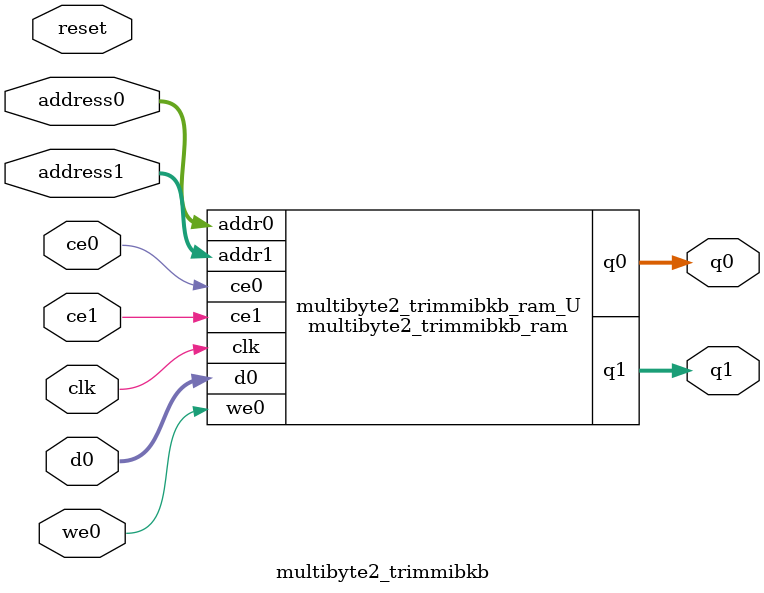
<source format=v>

`timescale 1 ns / 1 ps
module multibyte2_trimmibkb_ram (addr0, ce0, d0, we0, q0, addr1, ce1, q1,  clk);

parameter DWIDTH = 16;
parameter AWIDTH = 5;
parameter MEM_SIZE = 24;

input[AWIDTH-1:0] addr0;
input ce0;
input[DWIDTH-1:0] d0;
input we0;
output reg[DWIDTH-1:0] q0;
input[AWIDTH-1:0] addr1;
input ce1;
output reg[DWIDTH-1:0] q1;
input clk;

(* ram_style = "distributed" *)reg [DWIDTH-1:0] ram[0:MEM_SIZE-1];




always @(posedge clk)  
begin 
    if (ce0) 
    begin
        if (we0) 
        begin 
            ram[addr0] <= d0; 
            q0 <= d0;
        end 
        else 
            q0 <= ram[addr0];
    end
end


always @(posedge clk)  
begin 
    if (ce1) 
    begin
            q1 <= ram[addr1];
    end
end


endmodule


`timescale 1 ns / 1 ps
module multibyte2_trimmibkb(
    reset,
    clk,
    address0,
    ce0,
    we0,
    d0,
    q0,
    address1,
    ce1,
    q1);

parameter DataWidth = 32'd16;
parameter AddressRange = 32'd24;
parameter AddressWidth = 32'd5;
input reset;
input clk;
input[AddressWidth - 1:0] address0;
input ce0;
input we0;
input[DataWidth - 1:0] d0;
output[DataWidth - 1:0] q0;
input[AddressWidth - 1:0] address1;
input ce1;
output[DataWidth - 1:0] q1;



multibyte2_trimmibkb_ram multibyte2_trimmibkb_ram_U(
    .clk( clk ),
    .addr0( address0 ),
    .ce0( ce0 ),
    .d0( d0 ),
    .we0( we0 ),
    .q0( q0 ),
    .addr1( address1 ),
    .ce1( ce1 ),
    .q1( q1 ));

endmodule


</source>
